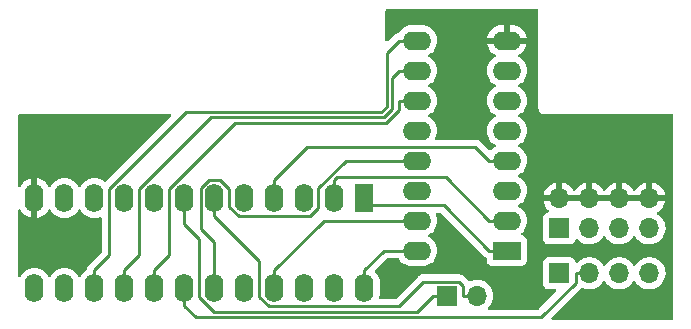
<source format=gbl>
G04 #@! TF.GenerationSoftware,KiCad,Pcbnew,(6.0.5)*
G04 #@! TF.CreationDate,2023-11-13T21:53:34+01:00*
G04 #@! TF.ProjectId,c128-u3-gal,63313238-2d75-4332-9d67-616c2e6b6963,1*
G04 #@! TF.SameCoordinates,Original*
G04 #@! TF.FileFunction,Copper,L2,Bot*
G04 #@! TF.FilePolarity,Positive*
%FSLAX46Y46*%
G04 Gerber Fmt 4.6, Leading zero omitted, Abs format (unit mm)*
G04 Created by KiCad (PCBNEW (6.0.5)) date 2023-11-13 21:53:34*
%MOMM*%
%LPD*%
G01*
G04 APERTURE LIST*
G04 #@! TA.AperFunction,ComponentPad*
%ADD10R,1.700000X1.700000*%
G04 #@! TD*
G04 #@! TA.AperFunction,ComponentPad*
%ADD11O,1.700000X1.700000*%
G04 #@! TD*
G04 #@! TA.AperFunction,ComponentPad*
%ADD12R,2.400000X1.600000*%
G04 #@! TD*
G04 #@! TA.AperFunction,ComponentPad*
%ADD13O,2.400000X1.600000*%
G04 #@! TD*
G04 #@! TA.AperFunction,ComponentPad*
%ADD14R,1.600000X2.400000*%
G04 #@! TD*
G04 #@! TA.AperFunction,ComponentPad*
%ADD15O,1.600000X2.400000*%
G04 #@! TD*
G04 #@! TA.AperFunction,Conductor*
%ADD16C,0.250000*%
G04 #@! TD*
G04 APERTURE END LIST*
D10*
X165735000Y-104775000D03*
D11*
X168275000Y-104775000D03*
X170815000Y-104775000D03*
X173355000Y-104775000D03*
D12*
X161290000Y-102870000D03*
D13*
X161290000Y-100330000D03*
X161290000Y-97790000D03*
X161290000Y-95250000D03*
X161290000Y-92710000D03*
X161290000Y-90170000D03*
X161290000Y-87630000D03*
X161290000Y-85090000D03*
X153670000Y-85090000D03*
X153670000Y-87630000D03*
X153670000Y-90170000D03*
X153670000Y-92710000D03*
X153670000Y-95250000D03*
X153670000Y-97790000D03*
X153670000Y-100330000D03*
X153670000Y-102870000D03*
D14*
X149230000Y-98410000D03*
D15*
X146690000Y-98410000D03*
X144150000Y-98410000D03*
X141610000Y-98410000D03*
X139070000Y-98410000D03*
X136530000Y-98410000D03*
X133990000Y-98410000D03*
X131450000Y-98410000D03*
X128910000Y-98410000D03*
X126370000Y-98410000D03*
X123830000Y-98410000D03*
X121290000Y-98410000D03*
X121290000Y-106030000D03*
X123830000Y-106030000D03*
X126370000Y-106030000D03*
X128910000Y-106030000D03*
X131450000Y-106030000D03*
X133990000Y-106030000D03*
X136530000Y-106030000D03*
X139070000Y-106030000D03*
X141610000Y-106030000D03*
X144150000Y-106030000D03*
X146690000Y-106030000D03*
X149230000Y-106030000D03*
D10*
X156210000Y-106680000D03*
D11*
X158750000Y-106680000D03*
D10*
X165735000Y-100965000D03*
D11*
X165735000Y-98425000D03*
X168275000Y-100965000D03*
X168275000Y-98425000D03*
X170815000Y-100965000D03*
X170815000Y-98425000D03*
X173355000Y-100965000D03*
X173355000Y-98425000D03*
D16*
X155936500Y-99041800D02*
X149861800Y-99041800D01*
X159764700Y-102870000D02*
X155936500Y-99041800D01*
X149861800Y-99041800D02*
X149230000Y-98410000D01*
X161290000Y-102870000D02*
X159764700Y-102870000D01*
X156099400Y-96664700D02*
X146910000Y-96664700D01*
X146910000Y-96664700D02*
X146690000Y-96884700D01*
X159764700Y-100330000D02*
X156099400Y-96664700D01*
X161290000Y-100330000D02*
X159764700Y-100330000D01*
X146690000Y-98410000D02*
X146690000Y-96884700D01*
X158625300Y-94110600D02*
X144384100Y-94110600D01*
X161290000Y-95250000D02*
X159764700Y-95250000D01*
X144384100Y-94110600D02*
X141610000Y-96884700D01*
X159764700Y-95250000D02*
X158625300Y-94110600D01*
X141610000Y-98410000D02*
X141610000Y-96884700D01*
X163538400Y-95053100D02*
X165735000Y-97249700D01*
X165735000Y-98425000D02*
X168275000Y-98425000D01*
X163538400Y-85813100D02*
X163538400Y-95053100D01*
X165735000Y-97837300D02*
X165735000Y-97249700D01*
X161290000Y-85090000D02*
X162815300Y-85090000D01*
X162815300Y-85090000D02*
X163538400Y-85813100D01*
X165735000Y-98425000D02*
X165735000Y-97837300D01*
X170815000Y-98425000D02*
X173355000Y-98425000D01*
X126370000Y-106030000D02*
X126370000Y-104504700D01*
X127640000Y-97617900D02*
X127640000Y-103234700D01*
X151097300Y-86137400D02*
X151097300Y-90710100D01*
X151097300Y-90710100D02*
X150667000Y-91140400D01*
X150667000Y-91140400D02*
X134117500Y-91140400D01*
X127640000Y-103234700D02*
X126370000Y-104504700D01*
X152144700Y-85090000D02*
X151097300Y-86137400D01*
X134117500Y-91140400D02*
X127640000Y-97617900D01*
X153670000Y-85090000D02*
X152144700Y-85090000D01*
X150853600Y-91590700D02*
X151547600Y-90896700D01*
X128910000Y-104504700D02*
X130180000Y-103234700D01*
X151547600Y-88227100D02*
X152144700Y-87630000D01*
X130180000Y-103234700D02*
X130180000Y-97617900D01*
X153670000Y-87630000D02*
X152144700Y-87630000D01*
X128910000Y-106030000D02*
X128910000Y-104504700D01*
X151547600Y-90896700D02*
X151547600Y-88227100D01*
X136207200Y-91590700D02*
X150853600Y-91590700D01*
X130180000Y-97617900D02*
X136207200Y-91590700D01*
X131450000Y-104504700D02*
X132720000Y-103234700D01*
X152144700Y-90936500D02*
X152144700Y-90170000D01*
X151040200Y-92041000D02*
X152144700Y-90936500D01*
X132720000Y-97625800D02*
X138304800Y-92041000D01*
X131450000Y-106030000D02*
X131450000Y-104504700D01*
X138304800Y-92041000D02*
X151040200Y-92041000D01*
X132720000Y-103234700D02*
X132720000Y-97625800D01*
X153670000Y-90170000D02*
X152144700Y-90170000D01*
X136044900Y-96878100D02*
X135392100Y-97530900D01*
X138596500Y-99935400D02*
X137800000Y-99138900D01*
X145304600Y-97595200D02*
X145304600Y-99277300D01*
X137800000Y-99138900D02*
X137800000Y-97645800D01*
X136530000Y-102157000D02*
X136530000Y-106030000D01*
X145304600Y-99277300D02*
X144646500Y-99935400D01*
X135392100Y-101019100D02*
X136530000Y-102157000D01*
X137032300Y-96878100D02*
X136044900Y-96878100D01*
X147649800Y-95250000D02*
X145304600Y-97595200D01*
X153670000Y-95250000D02*
X147649800Y-95250000D01*
X135392100Y-97530900D02*
X135392100Y-101019100D01*
X144646500Y-99935400D02*
X138596500Y-99935400D01*
X137800000Y-97645800D02*
X137032300Y-96878100D01*
X141610000Y-106030000D02*
X141610000Y-104504700D01*
X153670000Y-100330000D02*
X152144700Y-100330000D01*
X145784700Y-100330000D02*
X141610000Y-104504700D01*
X152144700Y-100330000D02*
X145784700Y-100330000D01*
X153670000Y-102870000D02*
X152144700Y-102870000D01*
X152144700Y-102870000D02*
X150864700Y-102870000D01*
X150864700Y-102870000D02*
X149230000Y-104504700D01*
X149230000Y-106030000D02*
X149230000Y-104504700D01*
X133990000Y-98410000D02*
X133990000Y-99935300D01*
X153671900Y-108042800D02*
X155034700Y-106680000D01*
X133990000Y-100572100D02*
X135260000Y-101842100D01*
X135260000Y-101842100D02*
X135260000Y-106817100D01*
X156210000Y-106680000D02*
X155034700Y-106680000D01*
X136485700Y-108042800D02*
X153671900Y-108042800D01*
X133990000Y-99935300D02*
X133990000Y-100572100D01*
X135260000Y-106817100D02*
X136485700Y-108042800D01*
X133990000Y-107555300D02*
X134927800Y-108493100D01*
X168275000Y-104775000D02*
X167099700Y-104775000D01*
X167099700Y-105583000D02*
X167099700Y-104775000D01*
X164189600Y-108493100D02*
X167099700Y-105583000D01*
X134927800Y-108493100D02*
X164189600Y-108493100D01*
X133990000Y-106030000D02*
X133990000Y-107555300D01*
X136530000Y-98410000D02*
X136530000Y-99935300D01*
X158750000Y-106680000D02*
X157574700Y-106680000D01*
X157574700Y-105871900D02*
X157574700Y-106680000D01*
X154213400Y-105504700D02*
X157207500Y-105504700D01*
X136530000Y-99935300D02*
X140340000Y-103745300D01*
X140340000Y-106805100D02*
X141127300Y-107592400D01*
X152125700Y-107592400D02*
X154213400Y-105504700D01*
X140340000Y-103745300D02*
X140340000Y-106805100D01*
X141127300Y-107592400D02*
X152125700Y-107592400D01*
X157207500Y-105504700D02*
X157574700Y-105871900D01*
G04 #@! TA.AperFunction,Conductor*
G36*
X163898621Y-82443502D02*
G01*
X163945114Y-82497158D01*
X163956500Y-82549500D01*
X163956500Y-90796377D01*
X163956498Y-90797147D01*
X163956024Y-90874721D01*
X163958491Y-90883352D01*
X163964150Y-90903153D01*
X163967728Y-90919915D01*
X163971920Y-90949187D01*
X163975634Y-90957355D01*
X163975634Y-90957356D01*
X163982548Y-90972562D01*
X163988996Y-90990086D01*
X163996051Y-91014771D01*
X164000843Y-91022365D01*
X164000844Y-91022368D01*
X164011830Y-91039780D01*
X164019969Y-91054863D01*
X164032208Y-91081782D01*
X164038069Y-91088584D01*
X164048970Y-91101235D01*
X164060073Y-91116239D01*
X164073776Y-91137958D01*
X164080501Y-91143897D01*
X164080504Y-91143901D01*
X164095938Y-91157532D01*
X164107982Y-91169724D01*
X164121427Y-91185327D01*
X164121430Y-91185329D01*
X164127287Y-91192127D01*
X164134816Y-91197007D01*
X164134817Y-91197008D01*
X164148835Y-91206094D01*
X164163709Y-91217385D01*
X164176217Y-91228431D01*
X164182951Y-91234378D01*
X164209711Y-91246942D01*
X164224691Y-91255263D01*
X164241983Y-91266471D01*
X164241988Y-91266473D01*
X164249515Y-91271352D01*
X164258108Y-91273922D01*
X164258113Y-91273924D01*
X164274120Y-91278711D01*
X164291564Y-91285372D01*
X164306676Y-91292467D01*
X164306678Y-91292468D01*
X164314800Y-91296281D01*
X164323667Y-91297662D01*
X164323668Y-91297662D01*
X164333310Y-91299163D01*
X164344017Y-91300830D01*
X164360732Y-91304613D01*
X164380466Y-91310515D01*
X164380472Y-91310516D01*
X164389066Y-91313086D01*
X164398037Y-91313141D01*
X164398038Y-91313141D01*
X164408097Y-91313202D01*
X164423506Y-91313296D01*
X164424289Y-91313329D01*
X164425386Y-91313500D01*
X164456377Y-91313500D01*
X164457147Y-91313502D01*
X164530785Y-91313952D01*
X164530786Y-91313952D01*
X164534721Y-91313976D01*
X164536065Y-91313592D01*
X164537410Y-91313500D01*
X175260500Y-91313500D01*
X175328621Y-91333502D01*
X175375114Y-91387158D01*
X175386500Y-91439500D01*
X175386500Y-108585500D01*
X175366498Y-108653621D01*
X175312842Y-108700114D01*
X175260500Y-108711500D01*
X165171294Y-108711500D01*
X165103173Y-108691498D01*
X165056680Y-108637842D01*
X165046576Y-108567568D01*
X165076070Y-108502988D01*
X165082199Y-108496405D01*
X166182857Y-107395748D01*
X167491953Y-106086652D01*
X167500239Y-106079112D01*
X167506718Y-106075000D01*
X167545292Y-106033922D01*
X167606503Y-105997957D01*
X167677443Y-106000794D01*
X167685637Y-106004126D01*
X167686000Y-106004338D01*
X167688609Y-106005334D01*
X167688628Y-106005342D01*
X167794214Y-106045661D01*
X167894692Y-106084030D01*
X167899760Y-106085061D01*
X167899763Y-106085062D01*
X168007017Y-106106883D01*
X168113597Y-106128567D01*
X168118772Y-106128757D01*
X168118774Y-106128757D01*
X168331673Y-106136564D01*
X168331677Y-106136564D01*
X168336837Y-106136753D01*
X168341957Y-106136097D01*
X168341959Y-106136097D01*
X168553288Y-106109025D01*
X168553289Y-106109025D01*
X168558416Y-106108368D01*
X168630799Y-106086652D01*
X168767429Y-106045661D01*
X168767434Y-106045659D01*
X168772384Y-106044174D01*
X168972994Y-105945896D01*
X169154860Y-105816173D01*
X169313096Y-105658489D01*
X169443453Y-105477077D01*
X169444776Y-105478028D01*
X169491645Y-105434857D01*
X169561580Y-105422625D01*
X169627026Y-105450144D01*
X169654875Y-105481994D01*
X169714987Y-105580088D01*
X169861250Y-105748938D01*
X170033126Y-105891632D01*
X170226000Y-106004338D01*
X170434692Y-106084030D01*
X170439760Y-106085061D01*
X170439763Y-106085062D01*
X170547017Y-106106883D01*
X170653597Y-106128567D01*
X170658772Y-106128757D01*
X170658774Y-106128757D01*
X170871673Y-106136564D01*
X170871677Y-106136564D01*
X170876837Y-106136753D01*
X170881957Y-106136097D01*
X170881959Y-106136097D01*
X171093288Y-106109025D01*
X171093289Y-106109025D01*
X171098416Y-106108368D01*
X171170799Y-106086652D01*
X171307429Y-106045661D01*
X171307434Y-106045659D01*
X171312384Y-106044174D01*
X171512994Y-105945896D01*
X171694860Y-105816173D01*
X171853096Y-105658489D01*
X171983453Y-105477077D01*
X171984776Y-105478028D01*
X172031645Y-105434857D01*
X172101580Y-105422625D01*
X172167026Y-105450144D01*
X172194875Y-105481994D01*
X172254987Y-105580088D01*
X172401250Y-105748938D01*
X172573126Y-105891632D01*
X172766000Y-106004338D01*
X172974692Y-106084030D01*
X172979760Y-106085061D01*
X172979763Y-106085062D01*
X173087017Y-106106883D01*
X173193597Y-106128567D01*
X173198772Y-106128757D01*
X173198774Y-106128757D01*
X173411673Y-106136564D01*
X173411677Y-106136564D01*
X173416837Y-106136753D01*
X173421957Y-106136097D01*
X173421959Y-106136097D01*
X173633288Y-106109025D01*
X173633289Y-106109025D01*
X173638416Y-106108368D01*
X173710799Y-106086652D01*
X173847429Y-106045661D01*
X173847434Y-106045659D01*
X173852384Y-106044174D01*
X174052994Y-105945896D01*
X174234860Y-105816173D01*
X174393096Y-105658489D01*
X174523453Y-105477077D01*
X174544320Y-105434857D01*
X174620136Y-105281453D01*
X174620137Y-105281451D01*
X174622430Y-105276811D01*
X174687370Y-105063069D01*
X174716529Y-104841590D01*
X174716611Y-104838240D01*
X174718074Y-104778365D01*
X174718074Y-104778361D01*
X174718156Y-104775000D01*
X174699852Y-104552361D01*
X174645431Y-104335702D01*
X174556354Y-104130840D01*
X174479926Y-104012700D01*
X174437822Y-103947617D01*
X174437820Y-103947614D01*
X174435014Y-103943277D01*
X174284670Y-103778051D01*
X174280619Y-103774852D01*
X174280615Y-103774848D01*
X174113414Y-103642800D01*
X174113410Y-103642798D01*
X174109359Y-103639598D01*
X173913789Y-103531638D01*
X173908920Y-103529914D01*
X173908916Y-103529912D01*
X173708087Y-103458795D01*
X173708083Y-103458794D01*
X173703212Y-103457069D01*
X173698119Y-103456162D01*
X173698116Y-103456161D01*
X173488373Y-103418800D01*
X173488367Y-103418799D01*
X173483284Y-103417894D01*
X173409452Y-103416992D01*
X173265081Y-103415228D01*
X173265079Y-103415228D01*
X173259911Y-103415165D01*
X173039091Y-103448955D01*
X172826756Y-103518357D01*
X172796443Y-103534137D01*
X172684775Y-103592268D01*
X172628607Y-103621507D01*
X172624474Y-103624610D01*
X172624471Y-103624612D01*
X172477010Y-103735329D01*
X172449965Y-103755635D01*
X172446393Y-103759373D01*
X172338729Y-103872037D01*
X172295629Y-103917138D01*
X172188201Y-104074621D01*
X172133293Y-104119621D01*
X172062768Y-104127792D01*
X171999021Y-104096538D01*
X171978324Y-104072054D01*
X171897822Y-103947617D01*
X171897820Y-103947614D01*
X171895014Y-103943277D01*
X171744670Y-103778051D01*
X171740619Y-103774852D01*
X171740615Y-103774848D01*
X171573414Y-103642800D01*
X171573410Y-103642798D01*
X171569359Y-103639598D01*
X171373789Y-103531638D01*
X171368920Y-103529914D01*
X171368916Y-103529912D01*
X171168087Y-103458795D01*
X171168083Y-103458794D01*
X171163212Y-103457069D01*
X171158119Y-103456162D01*
X171158116Y-103456161D01*
X170948373Y-103418800D01*
X170948367Y-103418799D01*
X170943284Y-103417894D01*
X170869452Y-103416992D01*
X170725081Y-103415228D01*
X170725079Y-103415228D01*
X170719911Y-103415165D01*
X170499091Y-103448955D01*
X170286756Y-103518357D01*
X170256443Y-103534137D01*
X170144775Y-103592268D01*
X170088607Y-103621507D01*
X170084474Y-103624610D01*
X170084471Y-103624612D01*
X169937010Y-103735329D01*
X169909965Y-103755635D01*
X169906393Y-103759373D01*
X169798729Y-103872037D01*
X169755629Y-103917138D01*
X169648201Y-104074621D01*
X169593293Y-104119621D01*
X169522768Y-104127792D01*
X169459021Y-104096538D01*
X169438324Y-104072054D01*
X169357822Y-103947617D01*
X169357820Y-103947614D01*
X169355014Y-103943277D01*
X169204670Y-103778051D01*
X169200619Y-103774852D01*
X169200615Y-103774848D01*
X169033414Y-103642800D01*
X169033410Y-103642798D01*
X169029359Y-103639598D01*
X168833789Y-103531638D01*
X168828920Y-103529914D01*
X168828916Y-103529912D01*
X168628087Y-103458795D01*
X168628083Y-103458794D01*
X168623212Y-103457069D01*
X168618119Y-103456162D01*
X168618116Y-103456161D01*
X168408373Y-103418800D01*
X168408367Y-103418799D01*
X168403284Y-103417894D01*
X168329452Y-103416992D01*
X168185081Y-103415228D01*
X168185079Y-103415228D01*
X168179911Y-103415165D01*
X167959091Y-103448955D01*
X167746756Y-103518357D01*
X167716443Y-103534137D01*
X167604775Y-103592268D01*
X167548607Y-103621507D01*
X167544474Y-103624610D01*
X167544471Y-103624612D01*
X167397010Y-103735329D01*
X167369965Y-103755635D01*
X167313537Y-103814684D01*
X167289283Y-103840064D01*
X167227759Y-103875494D01*
X167156846Y-103872037D01*
X167099060Y-103830791D01*
X167080207Y-103797243D01*
X167038767Y-103686703D01*
X167035615Y-103678295D01*
X166948261Y-103561739D01*
X166831705Y-103474385D01*
X166695316Y-103423255D01*
X166633134Y-103416500D01*
X164836866Y-103416500D01*
X164774684Y-103423255D01*
X164638295Y-103474385D01*
X164521739Y-103561739D01*
X164434385Y-103678295D01*
X164383255Y-103814684D01*
X164376500Y-103876866D01*
X164376500Y-105673134D01*
X164383255Y-105735316D01*
X164434385Y-105871705D01*
X164521739Y-105988261D01*
X164638295Y-106075615D01*
X164774684Y-106126745D01*
X164836866Y-106133500D01*
X165349106Y-106133500D01*
X165417227Y-106153502D01*
X165463720Y-106207158D01*
X165473824Y-106277432D01*
X165444330Y-106342012D01*
X165438203Y-106348593D01*
X164700046Y-107086749D01*
X163964100Y-107822695D01*
X163901788Y-107856721D01*
X163875005Y-107859600D01*
X159795893Y-107859600D01*
X159727772Y-107839598D01*
X159681279Y-107785942D01*
X159671175Y-107715668D01*
X159700669Y-107651088D01*
X159706953Y-107644349D01*
X159784435Y-107567137D01*
X159788096Y-107563489D01*
X159918453Y-107382077D01*
X159941403Y-107335642D01*
X160015136Y-107186453D01*
X160015137Y-107186451D01*
X160017430Y-107181811D01*
X160058224Y-107047543D01*
X160080865Y-106973023D01*
X160080865Y-106973021D01*
X160082370Y-106968069D01*
X160111529Y-106746590D01*
X160113156Y-106680000D01*
X160094852Y-106457361D01*
X160040431Y-106240702D01*
X159951354Y-106035840D01*
X159849819Y-105878891D01*
X159832822Y-105852617D01*
X159832820Y-105852614D01*
X159830014Y-105848277D01*
X159679670Y-105683051D01*
X159675619Y-105679852D01*
X159675615Y-105679848D01*
X159508414Y-105547800D01*
X159508410Y-105547798D01*
X159504359Y-105544598D01*
X159308789Y-105436638D01*
X159303920Y-105434914D01*
X159303916Y-105434912D01*
X159103087Y-105363795D01*
X159103083Y-105363794D01*
X159098212Y-105362069D01*
X159093119Y-105361162D01*
X159093116Y-105361161D01*
X158883373Y-105323800D01*
X158883367Y-105323799D01*
X158878284Y-105322894D01*
X158804452Y-105321992D01*
X158660081Y-105320228D01*
X158660079Y-105320228D01*
X158654911Y-105320165D01*
X158434091Y-105353955D01*
X158303625Y-105396598D01*
X158226675Y-105421749D01*
X158226673Y-105421750D01*
X158221756Y-105423357D01*
X158217170Y-105425744D01*
X158217166Y-105425746D01*
X158175935Y-105447210D01*
X158106275Y-105460923D01*
X158037439Y-105432532D01*
X158006107Y-105406612D01*
X157997327Y-105398622D01*
X157711152Y-105112447D01*
X157703612Y-105104161D01*
X157699500Y-105097682D01*
X157649848Y-105051056D01*
X157647007Y-105048302D01*
X157627270Y-105028565D01*
X157624073Y-105026085D01*
X157615051Y-105018380D01*
X157608744Y-105012457D01*
X157582821Y-104988114D01*
X157575875Y-104984295D01*
X157575872Y-104984293D01*
X157565066Y-104978352D01*
X157548547Y-104967501D01*
X157548083Y-104967141D01*
X157532541Y-104955086D01*
X157525272Y-104951941D01*
X157525268Y-104951938D01*
X157491963Y-104937526D01*
X157481313Y-104932309D01*
X157442560Y-104911005D01*
X157422937Y-104905967D01*
X157404234Y-104899563D01*
X157392920Y-104894667D01*
X157392919Y-104894667D01*
X157385645Y-104891519D01*
X157377822Y-104890280D01*
X157377812Y-104890277D01*
X157341976Y-104884601D01*
X157330356Y-104882195D01*
X157295211Y-104873172D01*
X157295210Y-104873172D01*
X157287530Y-104871200D01*
X157267276Y-104871200D01*
X157247565Y-104869649D01*
X157235386Y-104867720D01*
X157227557Y-104866480D01*
X157198286Y-104869247D01*
X157183539Y-104870641D01*
X157171681Y-104871200D01*
X154292168Y-104871200D01*
X154280985Y-104870673D01*
X154273492Y-104868998D01*
X154265566Y-104869247D01*
X154265565Y-104869247D01*
X154205402Y-104871138D01*
X154201444Y-104871200D01*
X154173544Y-104871200D01*
X154169554Y-104871704D01*
X154157720Y-104872636D01*
X154113511Y-104874026D01*
X154105895Y-104876239D01*
X154105893Y-104876239D01*
X154094052Y-104879679D01*
X154074693Y-104883688D01*
X154073383Y-104883854D01*
X154054603Y-104886226D01*
X154047237Y-104889142D01*
X154047231Y-104889144D01*
X154013498Y-104902500D01*
X154002268Y-104906345D01*
X153986228Y-104911005D01*
X153959807Y-104918681D01*
X153952984Y-104922716D01*
X153942366Y-104928995D01*
X153924613Y-104937692D01*
X153916968Y-104940719D01*
X153905783Y-104945148D01*
X153892105Y-104955086D01*
X153870012Y-104971137D01*
X153860095Y-104977651D01*
X153822038Y-105000158D01*
X153807717Y-105014479D01*
X153792684Y-105027319D01*
X153776293Y-105039228D01*
X153767617Y-105049716D01*
X153748102Y-105073305D01*
X153740112Y-105082084D01*
X151900200Y-106921995D01*
X151837888Y-106956021D01*
X151811105Y-106958900D01*
X150607147Y-106958900D01*
X150539026Y-106938898D01*
X150492533Y-106885242D01*
X150482429Y-106814968D01*
X150485440Y-106800289D01*
X150522119Y-106663402D01*
X150522119Y-106663400D01*
X150523543Y-106658087D01*
X150538500Y-106487127D01*
X150538500Y-105572873D01*
X150536307Y-105547800D01*
X150529713Y-105472438D01*
X150523543Y-105401913D01*
X150512867Y-105362069D01*
X150465707Y-105186067D01*
X150465706Y-105186065D01*
X150464284Y-105180757D01*
X150419727Y-105085203D01*
X150369849Y-104978238D01*
X150369846Y-104978233D01*
X150367523Y-104973251D01*
X150236198Y-104785700D01*
X150129646Y-104679148D01*
X150095620Y-104616836D01*
X150100685Y-104546021D01*
X150129644Y-104500960D01*
X151090202Y-103540403D01*
X151152512Y-103506379D01*
X151179295Y-103503500D01*
X152050606Y-103503500D01*
X152118727Y-103523502D01*
X152153819Y-103557229D01*
X152250671Y-103695547D01*
X152263802Y-103714300D01*
X152425700Y-103876198D01*
X152430208Y-103879355D01*
X152430211Y-103879357D01*
X152471542Y-103908297D01*
X152613251Y-104007523D01*
X152618233Y-104009846D01*
X152618238Y-104009849D01*
X152815775Y-104101961D01*
X152820757Y-104104284D01*
X152826065Y-104105706D01*
X152826067Y-104105707D01*
X153036598Y-104162119D01*
X153036600Y-104162119D01*
X153041913Y-104163543D01*
X153135663Y-104171745D01*
X153210149Y-104178262D01*
X153210156Y-104178262D01*
X153212873Y-104178500D01*
X154127127Y-104178500D01*
X154129844Y-104178262D01*
X154129851Y-104178262D01*
X154204337Y-104171745D01*
X154298087Y-104163543D01*
X154303400Y-104162119D01*
X154303402Y-104162119D01*
X154513933Y-104105707D01*
X154513935Y-104105706D01*
X154519243Y-104104284D01*
X154524225Y-104101961D01*
X154721762Y-104009849D01*
X154721767Y-104009846D01*
X154726749Y-104007523D01*
X154868458Y-103908297D01*
X154909789Y-103879357D01*
X154909792Y-103879355D01*
X154914300Y-103876198D01*
X155076198Y-103714300D01*
X155093486Y-103689611D01*
X155138998Y-103624612D01*
X155207523Y-103526749D01*
X155209846Y-103521767D01*
X155209849Y-103521762D01*
X155301961Y-103324225D01*
X155301961Y-103324224D01*
X155304284Y-103319243D01*
X155310921Y-103294476D01*
X155362119Y-103103402D01*
X155362119Y-103103400D01*
X155363543Y-103098087D01*
X155383498Y-102870000D01*
X155363543Y-102641913D01*
X155311419Y-102447384D01*
X155305707Y-102426067D01*
X155305706Y-102426065D01*
X155304284Y-102420757D01*
X155291164Y-102392620D01*
X155209849Y-102218238D01*
X155209846Y-102218233D01*
X155207523Y-102213251D01*
X155105536Y-102067599D01*
X155079357Y-102030211D01*
X155079355Y-102030208D01*
X155076198Y-102025700D01*
X154914300Y-101863802D01*
X154909792Y-101860645D01*
X154909789Y-101860643D01*
X154828454Y-101803692D01*
X154726749Y-101732477D01*
X154721767Y-101730154D01*
X154721762Y-101730151D01*
X154687543Y-101714195D01*
X154634258Y-101667278D01*
X154614797Y-101599001D01*
X154635339Y-101531041D01*
X154687543Y-101485805D01*
X154721762Y-101469849D01*
X154721767Y-101469846D01*
X154726749Y-101467523D01*
X154895289Y-101349510D01*
X154909789Y-101339357D01*
X154909792Y-101339355D01*
X154914300Y-101336198D01*
X155076198Y-101174300D01*
X155207523Y-100986749D01*
X155209846Y-100981767D01*
X155209849Y-100981762D01*
X155301961Y-100784225D01*
X155301961Y-100784224D01*
X155304284Y-100779243D01*
X155315512Y-100737342D01*
X155362119Y-100563402D01*
X155362119Y-100563400D01*
X155363543Y-100558087D01*
X155383498Y-100330000D01*
X155363543Y-100101913D01*
X155360752Y-100091498D01*
X155305707Y-99886067D01*
X155305706Y-99886065D01*
X155304284Y-99880757D01*
X155292064Y-99854551D01*
X155281402Y-99784360D01*
X155310381Y-99719547D01*
X155369800Y-99680690D01*
X155406258Y-99675300D01*
X155621906Y-99675300D01*
X155690027Y-99695302D01*
X155711001Y-99712205D01*
X159261043Y-103262247D01*
X159268587Y-103270537D01*
X159272700Y-103277018D01*
X159278477Y-103282443D01*
X159322367Y-103323658D01*
X159325209Y-103326413D01*
X159344930Y-103346134D01*
X159348125Y-103348612D01*
X159357147Y-103356318D01*
X159389379Y-103386586D01*
X159396328Y-103390406D01*
X159407132Y-103396346D01*
X159423656Y-103407199D01*
X159439659Y-103419613D01*
X159480243Y-103437176D01*
X159490872Y-103442383D01*
X159516201Y-103456307D01*
X159566259Y-103506650D01*
X159581500Y-103566721D01*
X159581500Y-103718134D01*
X159588255Y-103780316D01*
X159639385Y-103916705D01*
X159726739Y-104033261D01*
X159843295Y-104120615D01*
X159979684Y-104171745D01*
X160041866Y-104178500D01*
X162538134Y-104178500D01*
X162600316Y-104171745D01*
X162736705Y-104120615D01*
X162853261Y-104033261D01*
X162940615Y-103916705D01*
X162991745Y-103780316D01*
X162998500Y-103718134D01*
X162998500Y-102021866D01*
X162991745Y-101959684D01*
X162955550Y-101863134D01*
X164376500Y-101863134D01*
X164383255Y-101925316D01*
X164434385Y-102061705D01*
X164521739Y-102178261D01*
X164638295Y-102265615D01*
X164774684Y-102316745D01*
X164836866Y-102323500D01*
X166633134Y-102323500D01*
X166695316Y-102316745D01*
X166831705Y-102265615D01*
X166948261Y-102178261D01*
X167035615Y-102061705D01*
X167050574Y-102021803D01*
X167079598Y-101944382D01*
X167122240Y-101887618D01*
X167188802Y-101862918D01*
X167258150Y-101878126D01*
X167292817Y-101906114D01*
X167321250Y-101938938D01*
X167493126Y-102081632D01*
X167686000Y-102194338D01*
X167894692Y-102274030D01*
X167899760Y-102275061D01*
X167899763Y-102275062D01*
X167994287Y-102294293D01*
X168113597Y-102318567D01*
X168118772Y-102318757D01*
X168118774Y-102318757D01*
X168331673Y-102326564D01*
X168331677Y-102326564D01*
X168336837Y-102326753D01*
X168341957Y-102326097D01*
X168341959Y-102326097D01*
X168553288Y-102299025D01*
X168553289Y-102299025D01*
X168558416Y-102298368D01*
X168613740Y-102281770D01*
X168767429Y-102235661D01*
X168767434Y-102235659D01*
X168772384Y-102234174D01*
X168972994Y-102135896D01*
X169154860Y-102006173D01*
X169313096Y-101848489D01*
X169409596Y-101714195D01*
X169443453Y-101667077D01*
X169444776Y-101668028D01*
X169491645Y-101624857D01*
X169561580Y-101612625D01*
X169627026Y-101640144D01*
X169654875Y-101671994D01*
X169714987Y-101770088D01*
X169861250Y-101938938D01*
X170033126Y-102081632D01*
X170226000Y-102194338D01*
X170434692Y-102274030D01*
X170439760Y-102275061D01*
X170439763Y-102275062D01*
X170534287Y-102294293D01*
X170653597Y-102318567D01*
X170658772Y-102318757D01*
X170658774Y-102318757D01*
X170871673Y-102326564D01*
X170871677Y-102326564D01*
X170876837Y-102326753D01*
X170881957Y-102326097D01*
X170881959Y-102326097D01*
X171093288Y-102299025D01*
X171093289Y-102299025D01*
X171098416Y-102298368D01*
X171153740Y-102281770D01*
X171307429Y-102235661D01*
X171307434Y-102235659D01*
X171312384Y-102234174D01*
X171512994Y-102135896D01*
X171694860Y-102006173D01*
X171853096Y-101848489D01*
X171949596Y-101714195D01*
X171983453Y-101667077D01*
X171984776Y-101668028D01*
X172031645Y-101624857D01*
X172101580Y-101612625D01*
X172167026Y-101640144D01*
X172194875Y-101671994D01*
X172254987Y-101770088D01*
X172401250Y-101938938D01*
X172573126Y-102081632D01*
X172766000Y-102194338D01*
X172974692Y-102274030D01*
X172979760Y-102275061D01*
X172979763Y-102275062D01*
X173074287Y-102294293D01*
X173193597Y-102318567D01*
X173198772Y-102318757D01*
X173198774Y-102318757D01*
X173411673Y-102326564D01*
X173411677Y-102326564D01*
X173416837Y-102326753D01*
X173421957Y-102326097D01*
X173421959Y-102326097D01*
X173633288Y-102299025D01*
X173633289Y-102299025D01*
X173638416Y-102298368D01*
X173693740Y-102281770D01*
X173847429Y-102235661D01*
X173847434Y-102235659D01*
X173852384Y-102234174D01*
X174052994Y-102135896D01*
X174234860Y-102006173D01*
X174393096Y-101848489D01*
X174489596Y-101714195D01*
X174520435Y-101671277D01*
X174523453Y-101667077D01*
X174538953Y-101635716D01*
X174620136Y-101471453D01*
X174620137Y-101471451D01*
X174622430Y-101466811D01*
X174687370Y-101253069D01*
X174716529Y-101031590D01*
X174717291Y-101000405D01*
X174718074Y-100968365D01*
X174718074Y-100968361D01*
X174718156Y-100965000D01*
X174699852Y-100742361D01*
X174645431Y-100525702D01*
X174556354Y-100320840D01*
X174516906Y-100259862D01*
X174437822Y-100137617D01*
X174437820Y-100137614D01*
X174435014Y-100133277D01*
X174284670Y-99968051D01*
X174280619Y-99964852D01*
X174280615Y-99964848D01*
X174113414Y-99832800D01*
X174113410Y-99832798D01*
X174109359Y-99829598D01*
X174067569Y-99806529D01*
X174017598Y-99756097D01*
X174002826Y-99686654D01*
X174027942Y-99620248D01*
X174055294Y-99593641D01*
X174230328Y-99468792D01*
X174238200Y-99462139D01*
X174389052Y-99311812D01*
X174395730Y-99303965D01*
X174520003Y-99131020D01*
X174525313Y-99122183D01*
X174619670Y-98931267D01*
X174623469Y-98921672D01*
X174685377Y-98717910D01*
X174687555Y-98707837D01*
X174688986Y-98696962D01*
X174686775Y-98682778D01*
X174673617Y-98679000D01*
X164418225Y-98679000D01*
X164404694Y-98682973D01*
X164403257Y-98692966D01*
X164433565Y-98827446D01*
X164436645Y-98837275D01*
X164516770Y-99034603D01*
X164521413Y-99043794D01*
X164632694Y-99225388D01*
X164638777Y-99233699D01*
X164778213Y-99394667D01*
X164785577Y-99401879D01*
X164790522Y-99405985D01*
X164830156Y-99464889D01*
X164831653Y-99535870D01*
X164794537Y-99596392D01*
X164754264Y-99620910D01*
X164646705Y-99661232D01*
X164646704Y-99661233D01*
X164638295Y-99664385D01*
X164521739Y-99751739D01*
X164434385Y-99868295D01*
X164383255Y-100004684D01*
X164376500Y-100066866D01*
X164376500Y-101863134D01*
X162955550Y-101863134D01*
X162940615Y-101823295D01*
X162853261Y-101706739D01*
X162736705Y-101619385D01*
X162600316Y-101568255D01*
X162589526Y-101567083D01*
X162587394Y-101566197D01*
X162584778Y-101565575D01*
X162584879Y-101565152D01*
X162523965Y-101539845D01*
X162483537Y-101481483D01*
X162481078Y-101410529D01*
X162517371Y-101349510D01*
X162526031Y-101342511D01*
X162529793Y-101339354D01*
X162534300Y-101336198D01*
X162696198Y-101174300D01*
X162827523Y-100986749D01*
X162829846Y-100981767D01*
X162829849Y-100981762D01*
X162921961Y-100784225D01*
X162921961Y-100784224D01*
X162924284Y-100779243D01*
X162935512Y-100737342D01*
X162982119Y-100563402D01*
X162982119Y-100563400D01*
X162983543Y-100558087D01*
X163003498Y-100330000D01*
X162983543Y-100101913D01*
X162980752Y-100091498D01*
X162925707Y-99886067D01*
X162925706Y-99886065D01*
X162924284Y-99880757D01*
X162915122Y-99861109D01*
X162829849Y-99678238D01*
X162829846Y-99678233D01*
X162827523Y-99673251D01*
X162731328Y-99535870D01*
X162699357Y-99490211D01*
X162699355Y-99490208D01*
X162696198Y-99485700D01*
X162534300Y-99323802D01*
X162529792Y-99320645D01*
X162529789Y-99320643D01*
X162405620Y-99233699D01*
X162346749Y-99192477D01*
X162341767Y-99190154D01*
X162341762Y-99190151D01*
X162307543Y-99174195D01*
X162254258Y-99127278D01*
X162234797Y-99059001D01*
X162255339Y-98991041D01*
X162307543Y-98945805D01*
X162341762Y-98929849D01*
X162341767Y-98929846D01*
X162346749Y-98927523D01*
X162475636Y-98837275D01*
X162529789Y-98799357D01*
X162529792Y-98799355D01*
X162534300Y-98796198D01*
X162696198Y-98634300D01*
X162742294Y-98568469D01*
X162772581Y-98525214D01*
X162827523Y-98446749D01*
X162829846Y-98441767D01*
X162829849Y-98441762D01*
X162921961Y-98244225D01*
X162921961Y-98244224D01*
X162924284Y-98239243D01*
X162943341Y-98168124D01*
X162945737Y-98159183D01*
X164399389Y-98159183D01*
X164400912Y-98167607D01*
X164413292Y-98171000D01*
X165462885Y-98171000D01*
X165478124Y-98166525D01*
X165479329Y-98165135D01*
X165481000Y-98157452D01*
X165481000Y-98152885D01*
X165989000Y-98152885D01*
X165993475Y-98168124D01*
X165994865Y-98169329D01*
X166002548Y-98171000D01*
X168002885Y-98171000D01*
X168018124Y-98166525D01*
X168019329Y-98165135D01*
X168021000Y-98157452D01*
X168021000Y-98152885D01*
X168529000Y-98152885D01*
X168533475Y-98168124D01*
X168534865Y-98169329D01*
X168542548Y-98171000D01*
X170542885Y-98171000D01*
X170558124Y-98166525D01*
X170559329Y-98165135D01*
X170561000Y-98157452D01*
X170561000Y-98152885D01*
X171069000Y-98152885D01*
X171073475Y-98168124D01*
X171074865Y-98169329D01*
X171082548Y-98171000D01*
X173082885Y-98171000D01*
X173098124Y-98166525D01*
X173099329Y-98165135D01*
X173101000Y-98157452D01*
X173101000Y-98152885D01*
X173609000Y-98152885D01*
X173613475Y-98168124D01*
X173614865Y-98169329D01*
X173622548Y-98171000D01*
X174673344Y-98171000D01*
X174686875Y-98167027D01*
X174688180Y-98157947D01*
X174646214Y-97990875D01*
X174642894Y-97981124D01*
X174557972Y-97785814D01*
X174553105Y-97776739D01*
X174437426Y-97597926D01*
X174431136Y-97589757D01*
X174287806Y-97432240D01*
X174280273Y-97425215D01*
X174113139Y-97293222D01*
X174104552Y-97287517D01*
X173918117Y-97184599D01*
X173908705Y-97180369D01*
X173707959Y-97109280D01*
X173697988Y-97106646D01*
X173626837Y-97093972D01*
X173613540Y-97095432D01*
X173609000Y-97109989D01*
X173609000Y-98152885D01*
X173101000Y-98152885D01*
X173101000Y-97108102D01*
X173097082Y-97094758D01*
X173082806Y-97092771D01*
X173044324Y-97098660D01*
X173034288Y-97101051D01*
X172831868Y-97167212D01*
X172822359Y-97171209D01*
X172633463Y-97269542D01*
X172624738Y-97275036D01*
X172454433Y-97402905D01*
X172446726Y-97409748D01*
X172299590Y-97563717D01*
X172293104Y-97571727D01*
X172188193Y-97725521D01*
X172133282Y-97770524D01*
X172062757Y-97778695D01*
X171999010Y-97747441D01*
X171978313Y-97722957D01*
X171897427Y-97597926D01*
X171891136Y-97589757D01*
X171747806Y-97432240D01*
X171740273Y-97425215D01*
X171573139Y-97293222D01*
X171564552Y-97287517D01*
X171378117Y-97184599D01*
X171368705Y-97180369D01*
X171167959Y-97109280D01*
X171157988Y-97106646D01*
X171086837Y-97093972D01*
X171073540Y-97095432D01*
X171069000Y-97109989D01*
X171069000Y-98152885D01*
X170561000Y-98152885D01*
X170561000Y-97108102D01*
X170557082Y-97094758D01*
X170542806Y-97092771D01*
X170504324Y-97098660D01*
X170494288Y-97101051D01*
X170291868Y-97167212D01*
X170282359Y-97171209D01*
X170093463Y-97269542D01*
X170084738Y-97275036D01*
X169914433Y-97402905D01*
X169906726Y-97409748D01*
X169759590Y-97563717D01*
X169753104Y-97571727D01*
X169648193Y-97725521D01*
X169593282Y-97770524D01*
X169522757Y-97778695D01*
X169459010Y-97747441D01*
X169438313Y-97722957D01*
X169357427Y-97597926D01*
X169351136Y-97589757D01*
X169207806Y-97432240D01*
X169200273Y-97425215D01*
X169033139Y-97293222D01*
X169024552Y-97287517D01*
X168838117Y-97184599D01*
X168828705Y-97180369D01*
X168627959Y-97109280D01*
X168617988Y-97106646D01*
X168546837Y-97093972D01*
X168533540Y-97095432D01*
X168529000Y-97109989D01*
X168529000Y-98152885D01*
X168021000Y-98152885D01*
X168021000Y-97108102D01*
X168017082Y-97094758D01*
X168002806Y-97092771D01*
X167964324Y-97098660D01*
X167954288Y-97101051D01*
X167751868Y-97167212D01*
X167742359Y-97171209D01*
X167553463Y-97269542D01*
X167544738Y-97275036D01*
X167374433Y-97402905D01*
X167366726Y-97409748D01*
X167219590Y-97563717D01*
X167213104Y-97571727D01*
X167108193Y-97725521D01*
X167053282Y-97770524D01*
X166982757Y-97778695D01*
X166919010Y-97747441D01*
X166898313Y-97722957D01*
X166817427Y-97597926D01*
X166811136Y-97589757D01*
X166667806Y-97432240D01*
X166660273Y-97425215D01*
X166493139Y-97293222D01*
X166484552Y-97287517D01*
X166298117Y-97184599D01*
X166288705Y-97180369D01*
X166087959Y-97109280D01*
X166077988Y-97106646D01*
X166006837Y-97093972D01*
X165993540Y-97095432D01*
X165989000Y-97109989D01*
X165989000Y-98152885D01*
X165481000Y-98152885D01*
X165481000Y-97108102D01*
X165477082Y-97094758D01*
X165462806Y-97092771D01*
X165424324Y-97098660D01*
X165414288Y-97101051D01*
X165211868Y-97167212D01*
X165202359Y-97171209D01*
X165013463Y-97269542D01*
X165004738Y-97275036D01*
X164834433Y-97402905D01*
X164826726Y-97409748D01*
X164679590Y-97563717D01*
X164673104Y-97571727D01*
X164553098Y-97747649D01*
X164548000Y-97756623D01*
X164458338Y-97949783D01*
X164454775Y-97959470D01*
X164399389Y-98159183D01*
X162945737Y-98159183D01*
X162982119Y-98023402D01*
X162982119Y-98023400D01*
X162983543Y-98018087D01*
X163003498Y-97790000D01*
X162983543Y-97561913D01*
X162957788Y-97465795D01*
X162925707Y-97346067D01*
X162925706Y-97346065D01*
X162924284Y-97340757D01*
X162921961Y-97335775D01*
X162829849Y-97138238D01*
X162829846Y-97138233D01*
X162827523Y-97133251D01*
X162734838Y-97000883D01*
X162699357Y-96950211D01*
X162699355Y-96950208D01*
X162696198Y-96945700D01*
X162534300Y-96783802D01*
X162529792Y-96780645D01*
X162529789Y-96780643D01*
X162438122Y-96716457D01*
X162346749Y-96652477D01*
X162341767Y-96650154D01*
X162341762Y-96650151D01*
X162307543Y-96634195D01*
X162254258Y-96587278D01*
X162234797Y-96519001D01*
X162255339Y-96451041D01*
X162307543Y-96405805D01*
X162341762Y-96389849D01*
X162341767Y-96389846D01*
X162346749Y-96387523D01*
X162468324Y-96302395D01*
X162529789Y-96259357D01*
X162529792Y-96259355D01*
X162534300Y-96256198D01*
X162696198Y-96094300D01*
X162709838Y-96074821D01*
X162824366Y-95911257D01*
X162827523Y-95906749D01*
X162829846Y-95901767D01*
X162829849Y-95901762D01*
X162921961Y-95704225D01*
X162921961Y-95704224D01*
X162924284Y-95699243D01*
X162983543Y-95478087D01*
X163003498Y-95250000D01*
X162983543Y-95021913D01*
X162951603Y-94902711D01*
X162925707Y-94806067D01*
X162925706Y-94806065D01*
X162924284Y-94800757D01*
X162915074Y-94781005D01*
X162829849Y-94598238D01*
X162829846Y-94598233D01*
X162827523Y-94593251D01*
X162754098Y-94488389D01*
X162699357Y-94410211D01*
X162699355Y-94410208D01*
X162696198Y-94405700D01*
X162534300Y-94243802D01*
X162529792Y-94240645D01*
X162529789Y-94240643D01*
X162451611Y-94185902D01*
X162346749Y-94112477D01*
X162341767Y-94110154D01*
X162341762Y-94110151D01*
X162307543Y-94094195D01*
X162254258Y-94047278D01*
X162234797Y-93979001D01*
X162255339Y-93911041D01*
X162307543Y-93865805D01*
X162341762Y-93849849D01*
X162341767Y-93849846D01*
X162346749Y-93847523D01*
X162451611Y-93774098D01*
X162529789Y-93719357D01*
X162529792Y-93719355D01*
X162534300Y-93716198D01*
X162696198Y-93554300D01*
X162703695Y-93543594D01*
X162824366Y-93371257D01*
X162827523Y-93366749D01*
X162829846Y-93361767D01*
X162829849Y-93361762D01*
X162921961Y-93164225D01*
X162921961Y-93164224D01*
X162924284Y-93159243D01*
X162983543Y-92938087D01*
X163003498Y-92710000D01*
X162983543Y-92481913D01*
X162978640Y-92463615D01*
X162925707Y-92266067D01*
X162925706Y-92266065D01*
X162924284Y-92260757D01*
X162916564Y-92244202D01*
X162829849Y-92058238D01*
X162829846Y-92058233D01*
X162827523Y-92053251D01*
X162696198Y-91865700D01*
X162534300Y-91703802D01*
X162529792Y-91700645D01*
X162529789Y-91700643D01*
X162451611Y-91645902D01*
X162346749Y-91572477D01*
X162341767Y-91570154D01*
X162341762Y-91570151D01*
X162307543Y-91554195D01*
X162254258Y-91507278D01*
X162234797Y-91439001D01*
X162255339Y-91371041D01*
X162307543Y-91325805D01*
X162341762Y-91309849D01*
X162341767Y-91309846D01*
X162346749Y-91307523D01*
X162491604Y-91206094D01*
X162529789Y-91179357D01*
X162529792Y-91179355D01*
X162534300Y-91176198D01*
X162696198Y-91014300D01*
X162719456Y-90981085D01*
X162762287Y-90919915D01*
X162827523Y-90826749D01*
X162829846Y-90821767D01*
X162829849Y-90821762D01*
X162921961Y-90624225D01*
X162921961Y-90624224D01*
X162924284Y-90619243D01*
X162971676Y-90442377D01*
X162982119Y-90403402D01*
X162982119Y-90403400D01*
X162983543Y-90398087D01*
X163003498Y-90170000D01*
X162983543Y-89941913D01*
X162924284Y-89720757D01*
X162921961Y-89715775D01*
X162829849Y-89518238D01*
X162829846Y-89518233D01*
X162827523Y-89513251D01*
X162696198Y-89325700D01*
X162534300Y-89163802D01*
X162529792Y-89160645D01*
X162529789Y-89160643D01*
X162449197Y-89104212D01*
X162346749Y-89032477D01*
X162341767Y-89030154D01*
X162341762Y-89030151D01*
X162307543Y-89014195D01*
X162254258Y-88967278D01*
X162234797Y-88899001D01*
X162255339Y-88831041D01*
X162307543Y-88785805D01*
X162341762Y-88769849D01*
X162341767Y-88769846D01*
X162346749Y-88767523D01*
X162451611Y-88694098D01*
X162529789Y-88639357D01*
X162529792Y-88639355D01*
X162534300Y-88636198D01*
X162696198Y-88474300D01*
X162723997Y-88434600D01*
X162824366Y-88291257D01*
X162827523Y-88286749D01*
X162829846Y-88281767D01*
X162829849Y-88281762D01*
X162921961Y-88084225D01*
X162921961Y-88084224D01*
X162924284Y-88079243D01*
X162983543Y-87858087D01*
X163003498Y-87630000D01*
X162983543Y-87401913D01*
X162924284Y-87180757D01*
X162908854Y-87147667D01*
X162829849Y-86978238D01*
X162829846Y-86978233D01*
X162827523Y-86973251D01*
X162696198Y-86785700D01*
X162534300Y-86623802D01*
X162529792Y-86620645D01*
X162529789Y-86620643D01*
X162451611Y-86565902D01*
X162346749Y-86492477D01*
X162341767Y-86490154D01*
X162341762Y-86490151D01*
X162306951Y-86473919D01*
X162253666Y-86427002D01*
X162234205Y-86358725D01*
X162254747Y-86290765D01*
X162306951Y-86245529D01*
X162341511Y-86229414D01*
X162351007Y-86223931D01*
X162529467Y-86098972D01*
X162537875Y-86091916D01*
X162691916Y-85937875D01*
X162698972Y-85929467D01*
X162823931Y-85751007D01*
X162829414Y-85741511D01*
X162921490Y-85544053D01*
X162925236Y-85533761D01*
X162971394Y-85361497D01*
X162971058Y-85347401D01*
X162963116Y-85344000D01*
X159622033Y-85344000D01*
X159608502Y-85347973D01*
X159607273Y-85356522D01*
X159654764Y-85533761D01*
X159658510Y-85544053D01*
X159750586Y-85741511D01*
X159756069Y-85751007D01*
X159881028Y-85929467D01*
X159888084Y-85937875D01*
X160042125Y-86091916D01*
X160050533Y-86098972D01*
X160228993Y-86223931D01*
X160238489Y-86229414D01*
X160273049Y-86245529D01*
X160326334Y-86292446D01*
X160345795Y-86360723D01*
X160325253Y-86428683D01*
X160273049Y-86473919D01*
X160238238Y-86490151D01*
X160238233Y-86490154D01*
X160233251Y-86492477D01*
X160128389Y-86565902D01*
X160050211Y-86620643D01*
X160050208Y-86620645D01*
X160045700Y-86623802D01*
X159883802Y-86785700D01*
X159752477Y-86973251D01*
X159750154Y-86978233D01*
X159750151Y-86978238D01*
X159671146Y-87147667D01*
X159655716Y-87180757D01*
X159596457Y-87401913D01*
X159576502Y-87630000D01*
X159596457Y-87858087D01*
X159655716Y-88079243D01*
X159658039Y-88084224D01*
X159658039Y-88084225D01*
X159750151Y-88281762D01*
X159750154Y-88281767D01*
X159752477Y-88286749D01*
X159755634Y-88291257D01*
X159856004Y-88434600D01*
X159883802Y-88474300D01*
X160045700Y-88636198D01*
X160050208Y-88639355D01*
X160050211Y-88639357D01*
X160128389Y-88694098D01*
X160233251Y-88767523D01*
X160238233Y-88769846D01*
X160238238Y-88769849D01*
X160272457Y-88785805D01*
X160325742Y-88832722D01*
X160345203Y-88900999D01*
X160324661Y-88968959D01*
X160272457Y-89014195D01*
X160238238Y-89030151D01*
X160238233Y-89030154D01*
X160233251Y-89032477D01*
X160130803Y-89104212D01*
X160050211Y-89160643D01*
X160050208Y-89160645D01*
X160045700Y-89163802D01*
X159883802Y-89325700D01*
X159752477Y-89513251D01*
X159750154Y-89518233D01*
X159750151Y-89518238D01*
X159658039Y-89715775D01*
X159655716Y-89720757D01*
X159596457Y-89941913D01*
X159576502Y-90170000D01*
X159596457Y-90398087D01*
X159597881Y-90403400D01*
X159597881Y-90403402D01*
X159608325Y-90442377D01*
X159655716Y-90619243D01*
X159658039Y-90624224D01*
X159658039Y-90624225D01*
X159750151Y-90821762D01*
X159750154Y-90821767D01*
X159752477Y-90826749D01*
X159817713Y-90919915D01*
X159860545Y-90981085D01*
X159883802Y-91014300D01*
X160045700Y-91176198D01*
X160050208Y-91179355D01*
X160050211Y-91179357D01*
X160088396Y-91206094D01*
X160233251Y-91307523D01*
X160238233Y-91309846D01*
X160238238Y-91309849D01*
X160272457Y-91325805D01*
X160325742Y-91372722D01*
X160345203Y-91440999D01*
X160324661Y-91508959D01*
X160272457Y-91554195D01*
X160238238Y-91570151D01*
X160238233Y-91570154D01*
X160233251Y-91572477D01*
X160128389Y-91645902D01*
X160050211Y-91700643D01*
X160050208Y-91700645D01*
X160045700Y-91703802D01*
X159883802Y-91865700D01*
X159752477Y-92053251D01*
X159750154Y-92058233D01*
X159750151Y-92058238D01*
X159663436Y-92244202D01*
X159655716Y-92260757D01*
X159654294Y-92266065D01*
X159654293Y-92266067D01*
X159601360Y-92463615D01*
X159596457Y-92481913D01*
X159576502Y-92710000D01*
X159596457Y-92938087D01*
X159655716Y-93159243D01*
X159658039Y-93164224D01*
X159658039Y-93164225D01*
X159750151Y-93361762D01*
X159750154Y-93361767D01*
X159752477Y-93366749D01*
X159755634Y-93371257D01*
X159876306Y-93543594D01*
X159883802Y-93554300D01*
X160045700Y-93716198D01*
X160050208Y-93719355D01*
X160050211Y-93719357D01*
X160128389Y-93774098D01*
X160233251Y-93847523D01*
X160238233Y-93849846D01*
X160238238Y-93849849D01*
X160272457Y-93865805D01*
X160325742Y-93912722D01*
X160345203Y-93980999D01*
X160324661Y-94048959D01*
X160272457Y-94094195D01*
X160238238Y-94110151D01*
X160238233Y-94110154D01*
X160233251Y-94112477D01*
X160128389Y-94185902D01*
X160050211Y-94240643D01*
X160050208Y-94240645D01*
X160045700Y-94243802D01*
X159939149Y-94350353D01*
X159876837Y-94384379D01*
X159806022Y-94379314D01*
X159760959Y-94350353D01*
X159128948Y-93718342D01*
X159121413Y-93710062D01*
X159117300Y-93703582D01*
X159067648Y-93656956D01*
X159064807Y-93654202D01*
X159045070Y-93634465D01*
X159041873Y-93631985D01*
X159032851Y-93624280D01*
X159019422Y-93611669D01*
X159000621Y-93594014D01*
X158993675Y-93590195D01*
X158993672Y-93590193D01*
X158982866Y-93584252D01*
X158966347Y-93573401D01*
X158965883Y-93573041D01*
X158950341Y-93560986D01*
X158943072Y-93557841D01*
X158943068Y-93557838D01*
X158909763Y-93543426D01*
X158899113Y-93538209D01*
X158860360Y-93516905D01*
X158840737Y-93511867D01*
X158822034Y-93505463D01*
X158810720Y-93500567D01*
X158810719Y-93500567D01*
X158803445Y-93497419D01*
X158795622Y-93496180D01*
X158795612Y-93496177D01*
X158759776Y-93490501D01*
X158748156Y-93488095D01*
X158713011Y-93479072D01*
X158713010Y-93479072D01*
X158705330Y-93477100D01*
X158685076Y-93477100D01*
X158665365Y-93475549D01*
X158653186Y-93473620D01*
X158645357Y-93472380D01*
X158616086Y-93475147D01*
X158601339Y-93476541D01*
X158589481Y-93477100D01*
X155353846Y-93477100D01*
X155285725Y-93457098D01*
X155239232Y-93403442D01*
X155229128Y-93333168D01*
X155239651Y-93297850D01*
X155301961Y-93164225D01*
X155301961Y-93164224D01*
X155304284Y-93159243D01*
X155363543Y-92938087D01*
X155383498Y-92710000D01*
X155363543Y-92481913D01*
X155358640Y-92463615D01*
X155305707Y-92266067D01*
X155305706Y-92266065D01*
X155304284Y-92260757D01*
X155296564Y-92244202D01*
X155209849Y-92058238D01*
X155209846Y-92058233D01*
X155207523Y-92053251D01*
X155076198Y-91865700D01*
X154914300Y-91703802D01*
X154909792Y-91700645D01*
X154909789Y-91700643D01*
X154831611Y-91645902D01*
X154726749Y-91572477D01*
X154721767Y-91570154D01*
X154721762Y-91570151D01*
X154687543Y-91554195D01*
X154634258Y-91507278D01*
X154614797Y-91439001D01*
X154635339Y-91371041D01*
X154687543Y-91325805D01*
X154721762Y-91309849D01*
X154721767Y-91309846D01*
X154726749Y-91307523D01*
X154871604Y-91206094D01*
X154909789Y-91179357D01*
X154909792Y-91179355D01*
X154914300Y-91176198D01*
X155076198Y-91014300D01*
X155099456Y-90981085D01*
X155142287Y-90919915D01*
X155207523Y-90826749D01*
X155209846Y-90821767D01*
X155209849Y-90821762D01*
X155301961Y-90624225D01*
X155301961Y-90624224D01*
X155304284Y-90619243D01*
X155351676Y-90442377D01*
X155362119Y-90403402D01*
X155362119Y-90403400D01*
X155363543Y-90398087D01*
X155383498Y-90170000D01*
X155363543Y-89941913D01*
X155304284Y-89720757D01*
X155301961Y-89715775D01*
X155209849Y-89518238D01*
X155209846Y-89518233D01*
X155207523Y-89513251D01*
X155076198Y-89325700D01*
X154914300Y-89163802D01*
X154909792Y-89160645D01*
X154909789Y-89160643D01*
X154829197Y-89104212D01*
X154726749Y-89032477D01*
X154721767Y-89030154D01*
X154721762Y-89030151D01*
X154687543Y-89014195D01*
X154634258Y-88967278D01*
X154614797Y-88899001D01*
X154635339Y-88831041D01*
X154687543Y-88785805D01*
X154721762Y-88769849D01*
X154721767Y-88769846D01*
X154726749Y-88767523D01*
X154831611Y-88694098D01*
X154909789Y-88639357D01*
X154909792Y-88639355D01*
X154914300Y-88636198D01*
X155076198Y-88474300D01*
X155103997Y-88434600D01*
X155204366Y-88291257D01*
X155207523Y-88286749D01*
X155209846Y-88281767D01*
X155209849Y-88281762D01*
X155301961Y-88084225D01*
X155301961Y-88084224D01*
X155304284Y-88079243D01*
X155363543Y-87858087D01*
X155383498Y-87630000D01*
X155363543Y-87401913D01*
X155304284Y-87180757D01*
X155288854Y-87147667D01*
X155209849Y-86978238D01*
X155209846Y-86978233D01*
X155207523Y-86973251D01*
X155076198Y-86785700D01*
X154914300Y-86623802D01*
X154909792Y-86620645D01*
X154909789Y-86620643D01*
X154831611Y-86565902D01*
X154726749Y-86492477D01*
X154721767Y-86490154D01*
X154721762Y-86490151D01*
X154687543Y-86474195D01*
X154634258Y-86427278D01*
X154614797Y-86359001D01*
X154635339Y-86291041D01*
X154687543Y-86245805D01*
X154721762Y-86229849D01*
X154721767Y-86229846D01*
X154726749Y-86227523D01*
X154831611Y-86154098D01*
X154909789Y-86099357D01*
X154909792Y-86099355D01*
X154914300Y-86096198D01*
X155076198Y-85934300D01*
X155103997Y-85894600D01*
X155204366Y-85751257D01*
X155207523Y-85746749D01*
X155209846Y-85741767D01*
X155209849Y-85741762D01*
X155301961Y-85544225D01*
X155301961Y-85544224D01*
X155304284Y-85539243D01*
X155363543Y-85318087D01*
X155383498Y-85090000D01*
X155363543Y-84861913D01*
X155353244Y-84823478D01*
X155351911Y-84818503D01*
X159608606Y-84818503D01*
X159608942Y-84832599D01*
X159616884Y-84836000D01*
X161017885Y-84836000D01*
X161033124Y-84831525D01*
X161034329Y-84830135D01*
X161036000Y-84822452D01*
X161036000Y-84817885D01*
X161544000Y-84817885D01*
X161548475Y-84833124D01*
X161549865Y-84834329D01*
X161557548Y-84836000D01*
X162957967Y-84836000D01*
X162971498Y-84832027D01*
X162972727Y-84823478D01*
X162925236Y-84646239D01*
X162921490Y-84635947D01*
X162829414Y-84438489D01*
X162823931Y-84428993D01*
X162698972Y-84250533D01*
X162691916Y-84242125D01*
X162537875Y-84088084D01*
X162529467Y-84081028D01*
X162351007Y-83956069D01*
X162341511Y-83950586D01*
X162144053Y-83858510D01*
X162133761Y-83854764D01*
X161923312Y-83798375D01*
X161912519Y-83796472D01*
X161749830Y-83782238D01*
X161744365Y-83782000D01*
X161562115Y-83782000D01*
X161546876Y-83786475D01*
X161545671Y-83787865D01*
X161544000Y-83795548D01*
X161544000Y-84817885D01*
X161036000Y-84817885D01*
X161036000Y-83800115D01*
X161031525Y-83784876D01*
X161030135Y-83783671D01*
X161022452Y-83782000D01*
X160835635Y-83782000D01*
X160830170Y-83782238D01*
X160667481Y-83796472D01*
X160656688Y-83798375D01*
X160446239Y-83854764D01*
X160435947Y-83858510D01*
X160238489Y-83950586D01*
X160228993Y-83956069D01*
X160050533Y-84081028D01*
X160042125Y-84088084D01*
X159888084Y-84242125D01*
X159881028Y-84250533D01*
X159756069Y-84428993D01*
X159750586Y-84438489D01*
X159658510Y-84635947D01*
X159654764Y-84646239D01*
X159608606Y-84818503D01*
X155351911Y-84818503D01*
X155305707Y-84646067D01*
X155305706Y-84646065D01*
X155304284Y-84640757D01*
X155294544Y-84619870D01*
X155209849Y-84438238D01*
X155209846Y-84438233D01*
X155207523Y-84433251D01*
X155076198Y-84245700D01*
X154914300Y-84083802D01*
X154909792Y-84080645D01*
X154909789Y-84080643D01*
X154831611Y-84025902D01*
X154726749Y-83952477D01*
X154721767Y-83950154D01*
X154721762Y-83950151D01*
X154524225Y-83858039D01*
X154524224Y-83858039D01*
X154519243Y-83855716D01*
X154513935Y-83854294D01*
X154513933Y-83854293D01*
X154303402Y-83797881D01*
X154303400Y-83797881D01*
X154298087Y-83796457D01*
X154198520Y-83787746D01*
X154129851Y-83781738D01*
X154129844Y-83781738D01*
X154127127Y-83781500D01*
X153212873Y-83781500D01*
X153210156Y-83781738D01*
X153210149Y-83781738D01*
X153141480Y-83787746D01*
X153041913Y-83796457D01*
X153036600Y-83797881D01*
X153036598Y-83797881D01*
X152826067Y-83854293D01*
X152826065Y-83854294D01*
X152820757Y-83855716D01*
X152815776Y-83858039D01*
X152815775Y-83858039D01*
X152618238Y-83950151D01*
X152618233Y-83950154D01*
X152613251Y-83952477D01*
X152508389Y-84025902D01*
X152430211Y-84080643D01*
X152430208Y-84080645D01*
X152425700Y-84083802D01*
X152263802Y-84245700D01*
X152260645Y-84250208D01*
X152260643Y-84250211D01*
X152151971Y-84405411D01*
X152096514Y-84449739D01*
X152060498Y-84457420D01*
X152060564Y-84457837D01*
X152052730Y-84459078D01*
X152044810Y-84459327D01*
X152027154Y-84464456D01*
X152025358Y-84464978D01*
X152006006Y-84468986D01*
X151998935Y-84469880D01*
X151985903Y-84471526D01*
X151978534Y-84474443D01*
X151978532Y-84474444D01*
X151944797Y-84487800D01*
X151933569Y-84491645D01*
X151891107Y-84503982D01*
X151884285Y-84508016D01*
X151884279Y-84508019D01*
X151873668Y-84514294D01*
X151855918Y-84522990D01*
X151844456Y-84527528D01*
X151844451Y-84527531D01*
X151837083Y-84530448D01*
X151830668Y-84535109D01*
X151801325Y-84556427D01*
X151791407Y-84562943D01*
X151772719Y-84573995D01*
X151753337Y-84585458D01*
X151739013Y-84599782D01*
X151723981Y-84612621D01*
X151707593Y-84624528D01*
X151689632Y-84646239D01*
X151679412Y-84658593D01*
X151671422Y-84667373D01*
X151218595Y-85120200D01*
X151156283Y-85154226D01*
X151085468Y-85149161D01*
X151028632Y-85106614D01*
X151003821Y-85040094D01*
X151003500Y-85031105D01*
X151003500Y-82549500D01*
X151023502Y-82481379D01*
X151077158Y-82434886D01*
X151129500Y-82423500D01*
X163830500Y-82423500D01*
X163898621Y-82443502D01*
G37*
G04 #@! TD.AperFunction*
G04 #@! TA.AperFunction,Conductor*
G36*
X132812426Y-91333502D02*
G01*
X132858919Y-91387158D01*
X132869023Y-91457432D01*
X132839529Y-91522012D01*
X132833400Y-91528595D01*
X127373693Y-96988303D01*
X127311381Y-97022329D01*
X127240566Y-97017264D01*
X127212330Y-97002423D01*
X127026749Y-96872477D01*
X127021767Y-96870154D01*
X127021762Y-96870151D01*
X126824225Y-96778039D01*
X126824224Y-96778039D01*
X126819243Y-96775716D01*
X126813935Y-96774294D01*
X126813933Y-96774293D01*
X126603402Y-96717881D01*
X126603400Y-96717881D01*
X126598087Y-96716457D01*
X126370000Y-96696502D01*
X126141913Y-96716457D01*
X126136600Y-96717881D01*
X126136598Y-96717881D01*
X125926067Y-96774293D01*
X125926065Y-96774294D01*
X125920757Y-96775716D01*
X125915776Y-96778039D01*
X125915775Y-96778039D01*
X125718238Y-96870151D01*
X125718233Y-96870154D01*
X125713251Y-96872477D01*
X125608898Y-96945546D01*
X125530211Y-97000643D01*
X125530208Y-97000645D01*
X125525700Y-97003802D01*
X125363802Y-97165700D01*
X125360645Y-97170208D01*
X125360643Y-97170211D01*
X125305902Y-97248389D01*
X125232477Y-97353251D01*
X125230154Y-97358233D01*
X125230151Y-97358238D01*
X125214195Y-97392457D01*
X125167278Y-97445742D01*
X125099001Y-97465203D01*
X125031041Y-97444661D01*
X124985805Y-97392457D01*
X124969849Y-97358238D01*
X124969846Y-97358233D01*
X124967523Y-97353251D01*
X124894098Y-97248389D01*
X124839357Y-97170211D01*
X124839355Y-97170208D01*
X124836198Y-97165700D01*
X124674300Y-97003802D01*
X124669792Y-97000645D01*
X124669789Y-97000643D01*
X124591102Y-96945546D01*
X124486749Y-96872477D01*
X124481767Y-96870154D01*
X124481762Y-96870151D01*
X124284225Y-96778039D01*
X124284224Y-96778039D01*
X124279243Y-96775716D01*
X124273935Y-96774294D01*
X124273933Y-96774293D01*
X124063402Y-96717881D01*
X124063400Y-96717881D01*
X124058087Y-96716457D01*
X123830000Y-96696502D01*
X123601913Y-96716457D01*
X123596600Y-96717881D01*
X123596598Y-96717881D01*
X123386067Y-96774293D01*
X123386065Y-96774294D01*
X123380757Y-96775716D01*
X123375776Y-96778039D01*
X123375775Y-96778039D01*
X123178238Y-96870151D01*
X123178233Y-96870154D01*
X123173251Y-96872477D01*
X123068898Y-96945546D01*
X122990211Y-97000643D01*
X122990208Y-97000645D01*
X122985700Y-97003802D01*
X122823802Y-97165700D01*
X122820645Y-97170208D01*
X122820643Y-97170211D01*
X122765902Y-97248389D01*
X122692477Y-97353251D01*
X122690154Y-97358233D01*
X122690151Y-97358238D01*
X122673919Y-97393049D01*
X122627002Y-97446334D01*
X122558725Y-97465795D01*
X122490765Y-97445253D01*
X122445529Y-97393049D01*
X122429414Y-97358489D01*
X122423931Y-97348993D01*
X122298972Y-97170533D01*
X122291916Y-97162125D01*
X122137875Y-97008084D01*
X122129467Y-97001028D01*
X121951007Y-96876069D01*
X121941511Y-96870586D01*
X121744053Y-96778510D01*
X121733761Y-96774764D01*
X121561497Y-96728606D01*
X121547401Y-96728942D01*
X121544000Y-96736884D01*
X121544000Y-100077967D01*
X121547973Y-100091498D01*
X121556522Y-100092727D01*
X121733761Y-100045236D01*
X121744053Y-100041490D01*
X121941511Y-99949414D01*
X121951007Y-99943931D01*
X122129467Y-99818972D01*
X122137875Y-99811916D01*
X122291916Y-99657875D01*
X122298972Y-99649467D01*
X122423931Y-99471007D01*
X122429414Y-99461511D01*
X122445529Y-99426951D01*
X122492446Y-99373666D01*
X122560723Y-99354205D01*
X122628683Y-99374747D01*
X122673919Y-99426951D01*
X122690151Y-99461762D01*
X122690154Y-99461767D01*
X122692477Y-99466749D01*
X122723157Y-99510564D01*
X122818739Y-99647069D01*
X122823802Y-99654300D01*
X122985700Y-99816198D01*
X122990208Y-99819355D01*
X122990211Y-99819357D01*
X123040475Y-99854552D01*
X123173251Y-99947523D01*
X123178233Y-99949846D01*
X123178238Y-99949849D01*
X123374765Y-100041490D01*
X123380757Y-100044284D01*
X123386065Y-100045706D01*
X123386067Y-100045707D01*
X123596598Y-100102119D01*
X123596600Y-100102119D01*
X123601913Y-100103543D01*
X123830000Y-100123498D01*
X124058087Y-100103543D01*
X124063400Y-100102119D01*
X124063402Y-100102119D01*
X124273933Y-100045707D01*
X124273935Y-100045706D01*
X124279243Y-100044284D01*
X124285235Y-100041490D01*
X124481762Y-99949849D01*
X124481767Y-99949846D01*
X124486749Y-99947523D01*
X124619525Y-99854552D01*
X124669789Y-99819357D01*
X124669792Y-99819355D01*
X124674300Y-99816198D01*
X124836198Y-99654300D01*
X124841262Y-99647069D01*
X124936843Y-99510564D01*
X124967523Y-99466749D01*
X124969846Y-99461767D01*
X124969849Y-99461762D01*
X124985805Y-99427543D01*
X125032722Y-99374258D01*
X125100999Y-99354797D01*
X125168959Y-99375339D01*
X125214195Y-99427543D01*
X125230151Y-99461762D01*
X125230154Y-99461767D01*
X125232477Y-99466749D01*
X125263157Y-99510564D01*
X125358739Y-99647069D01*
X125363802Y-99654300D01*
X125525700Y-99816198D01*
X125530208Y-99819355D01*
X125530211Y-99819357D01*
X125580475Y-99854552D01*
X125713251Y-99947523D01*
X125718233Y-99949846D01*
X125718238Y-99949849D01*
X125914765Y-100041490D01*
X125920757Y-100044284D01*
X125926065Y-100045706D01*
X125926067Y-100045707D01*
X126136598Y-100102119D01*
X126136600Y-100102119D01*
X126141913Y-100103543D01*
X126370000Y-100123498D01*
X126598087Y-100103543D01*
X126603400Y-100102119D01*
X126603402Y-100102119D01*
X126813933Y-100045707D01*
X126813935Y-100045706D01*
X126819243Y-100044284D01*
X126824225Y-100041961D01*
X126824230Y-100041959D01*
X126827247Y-100040552D01*
X126828704Y-100040331D01*
X126829398Y-100040078D01*
X126829449Y-100040218D01*
X126897438Y-100029889D01*
X126962252Y-100058867D01*
X127001110Y-100118285D01*
X127006500Y-100154745D01*
X127006500Y-102920105D01*
X126986498Y-102988226D01*
X126969595Y-103009200D01*
X125977747Y-104001048D01*
X125969461Y-104008588D01*
X125962982Y-104012700D01*
X125957557Y-104018477D01*
X125916357Y-104062351D01*
X125913602Y-104065193D01*
X125893865Y-104084930D01*
X125891385Y-104088127D01*
X125883682Y-104097147D01*
X125853414Y-104129379D01*
X125849595Y-104136325D01*
X125849593Y-104136328D01*
X125843652Y-104147134D01*
X125832801Y-104163653D01*
X125820386Y-104179659D01*
X125817241Y-104186928D01*
X125817238Y-104186932D01*
X125802826Y-104220237D01*
X125797609Y-104230887D01*
X125776305Y-104269640D01*
X125774334Y-104277315D01*
X125774334Y-104277316D01*
X125771267Y-104289262D01*
X125764863Y-104307966D01*
X125756819Y-104326555D01*
X125755580Y-104334378D01*
X125755577Y-104334388D01*
X125749901Y-104370224D01*
X125747495Y-104381844D01*
X125740273Y-104409973D01*
X125736500Y-104424670D01*
X125736500Y-104427223D01*
X125709075Y-104490108D01*
X125684721Y-104512454D01*
X125634896Y-104547342D01*
X125530211Y-104620643D01*
X125530208Y-104620645D01*
X125525700Y-104623802D01*
X125363802Y-104785700D01*
X125232477Y-104973251D01*
X125230154Y-104978233D01*
X125230151Y-104978238D01*
X125214195Y-105012457D01*
X125167278Y-105065742D01*
X125099001Y-105085203D01*
X125031041Y-105064661D01*
X124985805Y-105012457D01*
X124969849Y-104978238D01*
X124969846Y-104978233D01*
X124967523Y-104973251D01*
X124836198Y-104785700D01*
X124674300Y-104623802D01*
X124669792Y-104620645D01*
X124669789Y-104620643D01*
X124565104Y-104547342D01*
X124486749Y-104492477D01*
X124481767Y-104490154D01*
X124481762Y-104490151D01*
X124284225Y-104398039D01*
X124284224Y-104398039D01*
X124279243Y-104395716D01*
X124273935Y-104394294D01*
X124273933Y-104394293D01*
X124063402Y-104337881D01*
X124063400Y-104337881D01*
X124058087Y-104336457D01*
X123830000Y-104316502D01*
X123601913Y-104336457D01*
X123596600Y-104337881D01*
X123596598Y-104337881D01*
X123386067Y-104394293D01*
X123386065Y-104394294D01*
X123380757Y-104395716D01*
X123375776Y-104398039D01*
X123375775Y-104398039D01*
X123178238Y-104490151D01*
X123178233Y-104490154D01*
X123173251Y-104492477D01*
X123094896Y-104547342D01*
X122990211Y-104620643D01*
X122990208Y-104620645D01*
X122985700Y-104623802D01*
X122823802Y-104785700D01*
X122692477Y-104973251D01*
X122690154Y-104978233D01*
X122690151Y-104978238D01*
X122674195Y-105012457D01*
X122627278Y-105065742D01*
X122559001Y-105085203D01*
X122491041Y-105064661D01*
X122445805Y-105012457D01*
X122429849Y-104978238D01*
X122429846Y-104978233D01*
X122427523Y-104973251D01*
X122296198Y-104785700D01*
X122134300Y-104623802D01*
X122129792Y-104620645D01*
X122129789Y-104620643D01*
X122025104Y-104547342D01*
X121946749Y-104492477D01*
X121941767Y-104490154D01*
X121941762Y-104490151D01*
X121744225Y-104398039D01*
X121744224Y-104398039D01*
X121739243Y-104395716D01*
X121733935Y-104394294D01*
X121733933Y-104394293D01*
X121523402Y-104337881D01*
X121523400Y-104337881D01*
X121518087Y-104336457D01*
X121290000Y-104316502D01*
X121061913Y-104336457D01*
X121056600Y-104337881D01*
X121056598Y-104337881D01*
X120846067Y-104394293D01*
X120846065Y-104394294D01*
X120840757Y-104395716D01*
X120835776Y-104398039D01*
X120835775Y-104398039D01*
X120638238Y-104490151D01*
X120638233Y-104490154D01*
X120633251Y-104492477D01*
X120554896Y-104547342D01*
X120450211Y-104620643D01*
X120450208Y-104620645D01*
X120445700Y-104623802D01*
X120283802Y-104785700D01*
X120152477Y-104973251D01*
X120150154Y-104978233D01*
X120150151Y-104978238D01*
X120128695Y-105024252D01*
X120081778Y-105077537D01*
X120013501Y-105096998D01*
X119945541Y-105076456D01*
X119899475Y-105022434D01*
X119888500Y-104971002D01*
X119888500Y-99467815D01*
X119908502Y-99399694D01*
X119962158Y-99353201D01*
X120032432Y-99343097D01*
X120097012Y-99372591D01*
X120128695Y-99414565D01*
X120150586Y-99461511D01*
X120156069Y-99471007D01*
X120281028Y-99649467D01*
X120288084Y-99657875D01*
X120442125Y-99811916D01*
X120450533Y-99818972D01*
X120628993Y-99943931D01*
X120638489Y-99949414D01*
X120835947Y-100041490D01*
X120846239Y-100045236D01*
X121018503Y-100091394D01*
X121032599Y-100091058D01*
X121036000Y-100083116D01*
X121036000Y-96742033D01*
X121032027Y-96728502D01*
X121023478Y-96727273D01*
X120846239Y-96774764D01*
X120835947Y-96778510D01*
X120638489Y-96870586D01*
X120628993Y-96876069D01*
X120450533Y-97001028D01*
X120442125Y-97008084D01*
X120288084Y-97162125D01*
X120281028Y-97170533D01*
X120156069Y-97348993D01*
X120150586Y-97358489D01*
X120128695Y-97405435D01*
X120081777Y-97458720D01*
X120013500Y-97478181D01*
X119945540Y-97457639D01*
X119899475Y-97403616D01*
X119888500Y-97352185D01*
X119888500Y-91439500D01*
X119908502Y-91371379D01*
X119962158Y-91324886D01*
X120014500Y-91313500D01*
X132744305Y-91313500D01*
X132812426Y-91333502D01*
G37*
G04 #@! TD.AperFunction*
M02*

</source>
